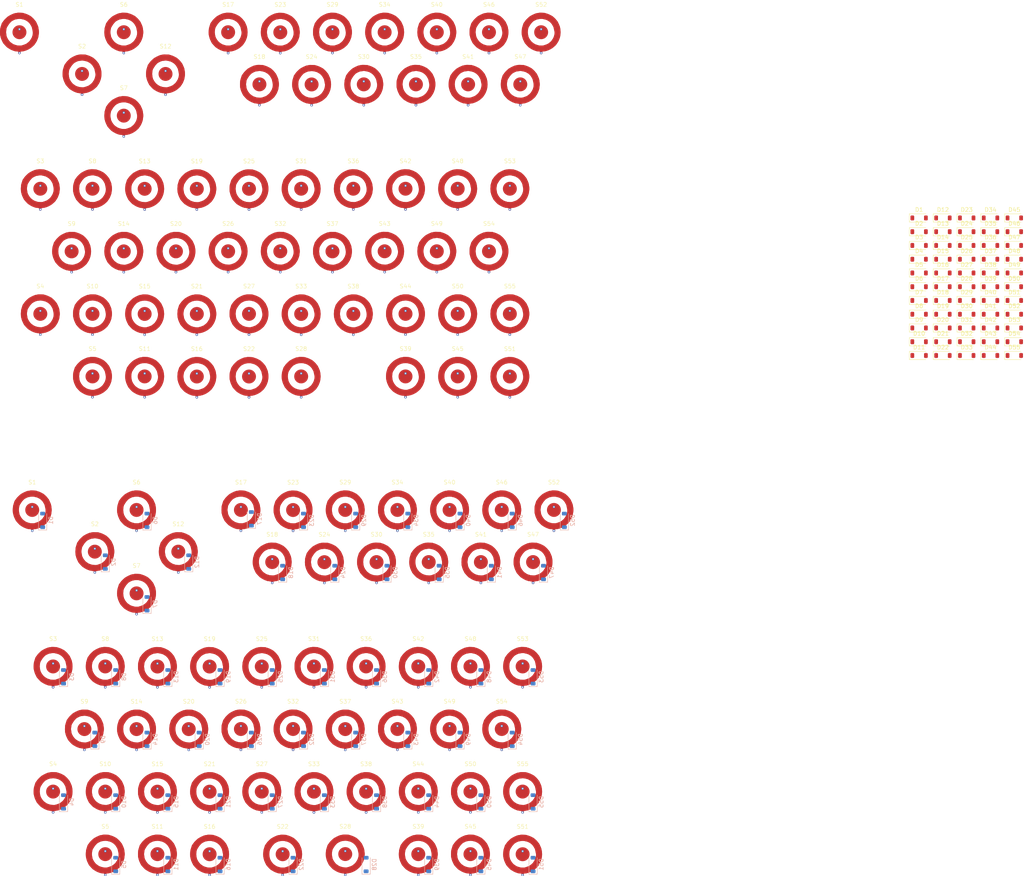
<source format=kicad_pcb>
(kicad_pcb (version 20240108) (generator "pcbnew") (generator_version "8.0")
  (layers (0 "F.Cu" signal) (31 "B.Cu" signal) (34 "B.Paste" user) (35 "F.Paste" user) (36 "B.SilkS" user "B.Silkscreen") (37 "F.SilkS" user "F.Silkscreen") (38 "B.Mask" user) (39 "F.Mask" user) (44 "Edge.Cuts" user))
  (net 0 "")
  (footprint "DomeSwitches:DomeSwitch_8mm_double_sided" (layer "F.Cu") (at 111.76 157.48)
    (property "Reference" "S30")
    (property "Value" "Keyswitch")
  )
  (footprint "DomeSwitches:DomeSwitch_8mm_double_sided" (layer "F.Cu") (at 131.51 112.26)
    (property "Reference" "S45")
    (property "Value" "Keyswitch")
  )
  (footprint "DomeSwitches:DomeSwitch_8mm_double_sided" (layer "F.Cu") (at 121.92 228.62)
    (property "Reference" "S39")
    (property "Value" "Keyswitch")
  )
  (footprint "DomeSwitches:DomeSwitch_8mm_double_sided" (layer "F.Cu") (at 80.71 97.02)
    (property "Reference" "S27")
    (property "Value" "Keyswitch")
  )
  (footprint "DomeSwitches:DomeSwitch_8mm_double_sided" (layer "F.Cu") (at 104.14 198.16)
    (property "Reference" "S37")
    (property "Value" "Keyswitch")
  )
  (footprint "Diode_SMD:D_SOD-123" (layer "F.Cu") (at 261.225 73.66)
    (property "Reference" "D34")
    (property "Value" "Diode")
  )
  (footprint "DomeSwitches:DomeSwitch_8mm_double_sided" (layer "F.Cu") (at 45.72 228.62)
    (property "Reference" "S5")
    (property "Value" "Keyswitch")
  )
  (footprint "DomeSwitches:DomeSwitch_8mm_double_sided" (layer "F.Cu") (at 124.46 157.48)
    (property "Reference" "S35")
    (property "Value" "Keyswitch")
  )
  (footprint "DomeSwitches:DomeSwitch_8mm_double_sided" (layer "F.Cu") (at 134.62 182.9)
    (property "Reference" "S48")
    (property "Value" "Keyswitch")
  )
  (footprint "Diode_SMD:D_SOD-123" (layer "F.Cu") (at 267.02 73.66)
    (property "Reference" "D45")
    (property "Value" "Diode")
  )
  (footprint "Diode_SMD:D_SOD-123" (layer "F.Cu") (at 267.02 100.46)
    (property "Reference" "D53")
    (property "Value" "Diode")
  )
  (footprint "DomeSwitches:DomeSwitch_8mm_double_sided" (layer "F.Cu") (at 75.63 28.42)
    (property "Reference" "S17")
    (property "Value" "Keyswitch")
  )
  (footprint "Diode_SMD:D_SOD-123" (layer "F.Cu") (at 267.02 103.81)
    (property "Reference" "D54")
    (property "Value" "Diode")
  )
  (footprint "DomeSwitches:DomeSwitch_8mm_double_sided" (layer "F.Cu") (at 80.71 112.28)
    (property "Reference" "S22")
    (property "Value" "Keyswitch")
  )
  (footprint "DomeSwitches:DomeSwitch_8mm_double_sided" (layer "F.Cu") (at 121.92 182.9)
    (property "Reference" "S42")
    (property "Value" "Keyswitch")
  )
  (footprint "Diode_SMD:D_SOD-123" (layer "F.Cu") (at 255.43 107.16)
    (property "Reference" "D33")
    (property "Value" "Diode")
  )
  (footprint "DomeSwitches:DomeSwitch_8mm_double_sided" (layer "F.Cu") (at 58.42 182.92)
    (property "Reference" "S13")
    (property "Value" "Keyswitch")
  )
  (footprint "DomeSwitches:DomeSwitch_8mm_double_sided" (layer "F.Cu") (at 149.86 157.48)
    (property "Reference" "S47")
    (property "Value" "Keyswitch")
  )
  (footprint "Diode_SMD:D_SOD-123" (layer "F.Cu") (at 249.635 87.06)
    (property "Reference" "D16")
    (property "Value" "Diode")
  )
  (footprint "DomeSwitches:DomeSwitch_8mm_double_sided" (layer "F.Cu") (at 99.06 157.5)
    (property "Reference" "S24")
    (property "Value" "Keyswitch")
  )
  (footprint "DomeSwitches:DomeSwitch_8mm_double_sided" (layer "F.Cu") (at 86.36 157.48)
    (property "Reference" "S18")
    (property "Value" "Keyswitch")
  )
  (footprint "Diode_SMD:D_SOD-123" (layer "F.Cu") (at 267.02 87.06)
    (property "Reference" "D49")
    (property "Value" "Diode")
  )
  (footprint "DomeSwitches:DomeSwitch_8mm_double_sided" (layer "F.Cu") (at 37.53 81.8)
    (property "Reference" "S9")
    (property "Value" "Keyswitch")
  )
  (footprint "DomeSwitches:DomeSwitch_8mm_double_sided" (layer "F.Cu") (at 126.43 28.42)
    (property "Reference" "S40")
    (property "Value" "Keyswitch")
  )
  (footprint "Diode_SMD:D_SOD-123" (layer "F.Cu") (at 261.225 87.06)
    (property "Reference" "D38")
    (property "Value" "Diode")
  )
  (footprint "DomeSwitches:DomeSwitch_8mm_double_sided" (layer "F.Cu") (at 55.31 66.56)
    (property "Reference" "S13")
    (property "Value" "Keyswitch")
  )
  (footprint "Diode_SMD:D_SOD-123" (layer "F.Cu") (at 261.225 100.46)
    (property "Reference" "D42")
    (property "Value" "Diode")
  )
  (footprint "DomeSwitches:DomeSwitch_8mm_double_sided" (layer "F.Cu") (at 113.73 81.78)
    (property "Reference" "S43")
    (property "Value" "Keyswitch")
  )
  (footprint "DomeSwitches:DomeSwitch_8mm_double_sided" (layer "F.Cu") (at 134.62 228.62)
    (property "Reference" "S45")
    (property "Value" "Keyswitch")
  )
  (footprint "Diode_SMD:D_SOD-123" (layer "F.Cu") (at 249.635 97.11)
    (property "Reference" "D19")
    (property "Value" "Diode")
  )
  (footprint "DomeSwitches:DomeSwitch_8mm_double_sided" (layer "F.Cu") (at 71.12 228.64)
    (property "Reference" "S16")
    (property "Value" "Keyswitch")
  )
  (footprint "Diode_SMD:D_SOD-123" (layer "F.Cu") (at 261.225 77.01)
    (property "Reference" "D35")
    (property "Value" "Diode")
  )
  (footprint "DomeSwitches:DomeSwitch_8mm_double_sided" (layer "F.Cu") (at 83.82 213.38)
    (property "Reference" "S27")
    (property "Value" "Keyswitch")
  )
  (footprint "DomeSwitches:DomeSwitch_8mm_double_sided" (layer "F.Cu") (at 96.52 213.4)
    (property "Reference" "S33")
    (property "Value" "Keyswitch")
  )
  (footprint "DomeSwitches:DomeSwitch_8mm_double_sided" (layer "F.Cu") (at 80.71 66.56)
    (property "Reference" "S25")
    (property "Value" "Keyswitch")
  )
  (footprint "Diode_SMD:D_SOD-123" (layer "F.Cu") (at 243.84 87.06)
    (property "Reference" "D5")
    (property "Value" "Diode")
  )
  (footprint "Diode_SMD:D_SOD-123" (layer "F.Cu") (at 255.43 77.01)
    (property "Reference" "D24")
    (property "Value" "Diode")
  )
  (footprint "Diode_SMD:D_SOD-123" (layer "F.Cu") (at 243.84 100.46)
    (property "Reference" "D9")
    (property "Value" "Diode")
  )
  (footprint "DomeSwitches:DomeSwitch_8mm_double_sided" (layer "F.Cu") (at 24.83 28.42)
    (property "Reference" "S1")
    (property "Value" "Keyswitch")
  )
  (footprint "Diode_SMD:D_SOD-123" (layer "F.Cu") (at 249.635 80.36)
    (property "Reference" "D14")
    (property "Value" "Diode")
  )
  (footprint "DomeSwitches:DomeSwitch_8mm_double_sided" (layer "F.Cu") (at 55.31 97.04)
    (property "Reference" "S15")
    (property "Value" "Keyswitch")
  )
  (footprint "DomeSwitches:DomeSwitch_8mm_double_sided" (layer "F.Cu") (at 33.02 182.9)
    (property "Reference" "S3")
    (property "Value" "Keyswitch")
  )
  (footprint "DomeSwitches:DomeSwitch_8mm_double_sided" (layer "F.Cu") (at 50.23 48.74)
    (property "Reference" "S7")
    (property "Value" "Keyswitch")
  )
  (footprint "Diode_SMD:D_SOD-123" (layer "F.Cu") (at 243.84 93.76)
    (property "Reference" "D7")
    (property "Value" "Diode")
  )
  (footprint "DomeSwitches:DomeSwitch_8mm_double_sided" (layer "F.Cu") (at 75.63 81.78)
    (property "Reference" "S26")
    (property "Value" "Keyswitch")
  )
  (footprint "Diode_SMD:D_SOD-123" (layer "F.Cu") (at 261.225 90.41)
    (property "Reference" "D39")
    (property "Value" "Diode")
  )
  (footprint "Diode_SMD:D_SOD-123" (layer "F.Cu") (at 261.225 83.71)
    (property "Reference" "D37")
    (property "Value" "Diode")
  )
  (footprint "DomeSwitches:DomeSwitch_8mm_double_sided" (layer "F.Cu") (at 131.51 97.02)
    (property "Reference" "S50")
    (property "Value" "Keyswitch")
  )
  (footprint "Diode_SMD:D_SOD-123" (layer "F.Cu") (at 255.43 93.76)
    (property "Reference" "D29")
    (property "Value" "Diode")
  )
  (footprint "DomeSwitches:DomeSwitch_8mm_double_sided" (layer "F.Cu") (at 142.24 198.14)
    (property "Reference" "S54")
    (property "Value" "Keyswitch")
  )
  (footprint "DomeSwitches:DomeSwitch_8mm_double_sided" (layer "F.Cu") (at 126.43 81.78)
    (property "Reference" "S49")
    (property "Value" "Keyswitch")
  )
  (footprint "DomeSwitches:DomeSwitch_8mm_double_sided" (layer "F.Cu") (at 78.74 198.14)
    (property "Reference" "S26")
    (property "Value" "Keyswitch")
  )
  (footprint "DomeSwitches:DomeSwitch_8mm_double_sided" (layer "F.Cu") (at 42.61 66.54)
    (property "Reference" "S8")
    (property "Value" "Keyswitch")
  )
  (footprint "Diode_SMD:D_SOD-123" (layer "F.Cu") (at 249.635 90.41)
    (property "Reference" "D17")
    (property "Value" "Diode")
  )
  (footprint "DomeSwitches:DomeSwitch_8mm_double_sided" (layer "F.Cu") (at 68.01 112.28)
    (property "Reference" "S16")
    (property "Value" "Keyswitch")
  )
  (footprint "Diode_SMD:D_SOD-123" (layer "F.Cu") (at 267.02 107.16)
    (property "Reference" "D55")
    (property "Value" "Diode")
  )
  (footprint "Diode_SMD:D_SOD-123" (layer "F.Cu") (at 255.43 73.66)
    (property "Reference" "D23")
    (property "Value" "Diode")
  )
  (footprint "DomeSwitches:DomeSwitch_8mm_double_sided" (layer "F.Cu") (at 68.01 66.56)
    (property "Reference" "S19")
    (property "Value" "Keyswitch")
  )
  (footprint "DomeSwitches:DomeSwitch_8mm_double_sided" (layer "F.Cu") (at 129.54 144.78)
    (property "Reference" "S40")
    (property "Value" "Keyswitch")
  )
  (footprint "Diode_SMD:D_SOD-123" (layer "F.Cu") (at 261.225 93.76)
    (property "Reference" "D40")
    (property "Value" "Diode")
  )
  (footprint "DomeSwitches:DomeSwitch_8mm_double_sided" (layer "F.Cu") (at 139.13 81.78)
    (property "Reference" "S54")
    (property "Value" "Keyswitch")
  )
  (footprint "DomeSwitches:DomeSwitch_8mm_double_sided" (layer "F.Cu") (at 33.02 213.38)
    (property "Reference" "S4")
    (property "Value" "Keyswitch")
  )
  (footprint "Diode_SMD:D_SOD-123" (layer "F.Cu") (at 261.225 80.36)
    (property "Reference" "D36")
    (property "Value" "Diode")
  )
  (footprint "DomeSwitches:DomeSwitch_8mm_double_sided" (layer "F.Cu") (at 93.41 112.26)
    (property "Reference" "S28")
    (property "Value" "Keyswitch")
  )
  (footprint "Diode_SMD:D_SOD-123" (layer "F.Cu") (at 267.02 93.76)
    (property "Reference" "D51")
    (property "Value" "Diode")
  )
  (footprint "DomeSwitches:DomeSwitch_8mm_double_sided" (layer "F.Cu") (at 29.91 97.02)
    (property "Reference" "S4")
    (property "Value" "Keyswitch")
  )
  (footprint "Diode_SMD:D_SOD-123" (layer "F.Cu") (at 267.02 97.11)
    (property "Reference" "D52")
    (property "Value" "Diode")
  )
  (footprint "Diode_SMD:D_SOD-123" (layer "F.Cu") (at 267.02 90.41)
    (property "Reference" "D50")
    (property "Value" "Diode")
  )
  (footprint "DomeSwitches:DomeSwitch_8mm_double_sided" (layer "F.Cu") (at 55.31 112.26)
    (property "Reference" "S11")
    (property "Value" "Keyswitch")
  )
  (footprint "DomeSwitches:DomeSwitch_8mm_double_sided" (layer "F.Cu") (at 42.61 112.26)
    (property "Reference" "S5")
    (property "Value" "Keyswitch")
  )
  (footprint "DomeSwitches:DomeSwitch_8mm_double_sided" (layer "F.Cu") (at 42.61 97.02)
    (property "Reference" "S10")
    (property "Value" "Keyswitch")
  )
  (footprint "Diode_SMD:D_SOD-123" (layer "F.Cu") (at 261.225 97.11)
    (property "Reference" "D41")
    (property "Value" "Diode")
  )
  (footprint "DomeSwitches:DomeSwitch_8mm_double_sided" (layer "F.Cu") (at 95.95 41.14)
    (property "Reference" "S24")
    (property "Value" "Keyswitch")
  )
  (footprint "DomeSwitches:DomeSwitch_8mm_double_sided" (layer "F.Cu") (at 151.83 28.42)
    (property "Reference" "S52")
    (property "Value" "Keyswitch")
  )
  (footprint "DomeSwitches:DomeSwitch_8mm_double_sided" (layer "F.Cu") (at 40.07 38.58)
    (property "Reference" "S2")
    (property "Value" "Keyswitch")
  )
  (footprint "Diode_SMD:D_SOD-123" (layer "F.Cu") (at 243.84 90.41)
    (property "Reference" "D6")
    (property "Value" "Diode")
  )
  (footprint "DomeSwitches:DomeSwitch_8mm_double_sided" (layer "F.Cu") (at 144.21 112.28)
    (property "Reference" "S51")
    (property "Value" "Keyswitch")
  )
  (footprint "DomeSwitches:DomeSwitch_8mm_double_sided" (layer "F.Cu") (at 104.14 228.6)
    (property "Reference" "S28")
    (property "Value" "Keyswitch")
  )
  (footprint "Diode_SMD:D_SOD-123" (layer "F.Cu") (at 255.43 97.11)
    (property "Reference" "D30")
    (property "Value" "Diode")
  )
  (footprint "Diode_SMD:D_SOD-123" (layer "F.Cu") (at 255.43 80.36)
    (property "Reference" "D25")
    (property "Value" "Diode")
  )
  (footprint "DomeSwitches:DomeSwitch_8mm_double_sided" (layer "F.Cu") (at 147.32 228.64)
    (property "Reference" "S51")
    (property "Value" "Keyswitch")
  )
  (footprint "DomeSwitches:DomeSwitch_8mm_double_sided" (layer "F.Cu") (at 108.65 41.12)
    (property "Reference" "S30")
    (property "Value" "Keyswitch")
  )
  (footprint "DomeSwitches:DomeSwitch_8mm_double_sided" (layer "F.Cu") (at 71.12 213.4)
    (property "Reference" "S21")
    (property "Value" "Keyswitch")
  )
  (footprint "DomeSwitches:DomeSwitch_8mm_double_sided" (layer "F.Cu") (at 62.93 81.8)
    (property "Reference" "S20")
    (property "Value" "Keyswitch")
  )
  (footprint "DomeSwitches:DomeSwitch_8mm_double_sided" (layer "F.Cu") (at 53.34 165.1)
    (property "Reference" "S7")
    (property "Value" "Keyswitch")
  )
  (footprint "Diode_SMD:D_SOD-123" (layer "F.Cu") (at 249.635 83.71)
    (property "Reference" "D15")
    (property "Value" "Diode")
  )
  (footprint "DomeSwitches:DomeSwitch_8mm_double_sided" (layer "F.Cu") (at 27.94 144.78)
    (property "Reference" "S1")
    (property "Value" "Keyswitch")
  )
  (footprint "DomeSwitches:DomeSwitch_8mm_double_sided" (layer "F.Cu") (at 91.44 198.14)
    (property "Reference" "S32")
    (property "Value" "Keyswitch")
  )
  (footprint "DomeSwitches:DomeSwitch_8mm_double_sided" (layer "F.Cu") (at 116.84 144.78)
    (property "Reference" "S34")
    (property "Value" "Keyswitch")
  )
  (footprint "DomeSwitches:DomeSwitch_8mm_double_sided" (layer "F.Cu") (at 121.92 213.38)
    (property "Reference" "S44")
    (property "Value" "Keyswitch")
  )
  (footprint "Diode_SMD:D_SOD-123" (layer "F.Cu") (at 249.635 103.81)
    (property "Reference" "D21")
    (property "Value" "Diode")
  )
  (footprint "Diode_SMD:D_SOD-123" (layer "F.Cu") (at 267.02 77.01)
    (property "Reference" "D46")
    (property "Value" "Diode")
  )
  (footprint "Diode_SMD:D_SOD-123" (layer "F.Cu") (at 255.43 100.46)
    (property "Reference" "D31")
    (property "Value" "Diode")
  )
  (footprint "DomeSwitches:DomeSwitch_8mm_double_sided" (layer "F.Cu") (at 93.41 66.54)
    (property "Reference" "S31")
    (property "Value" "Keyswitch")
  )
  (footprint "DomeSwitches:DomeSwitch_8mm_double_sided" (layer "F.Cu") (at 88.33 28.44)
    (property "Reference" "S23")
    (property "Value" "Keyswitch")
  )
  (footprint "DomeSwitches:DomeSwitch_8mm_double_sided" (layer "F.Cu") (at 106.11 97.04)
    (property "Reference" "S38")
    (property "Value" "Keyswitch")
  )
  (footprint "DomeSwitches:DomeSwitch_8mm_double_sided" (layer "F.Cu") (at 88.33 81.78)
    (property "Reference" "S32")
    (property "Value" "Keyswitch")
  )
  (footprint "DomeSwitches:DomeSwitch_8mm_double_sided" (layer "F.Cu") (at 154.94 144.78)
    (property "Reference" "S52")
    (property "Value" "Keyswitch")
  )
  (footprint "Diode_SMD:D_SOD-123" (layer "F.Cu") (at 243.84 107.16)
    (property "Reference" "D11")
    (property "Value" "Diode")
  )
  (footprint "DomeSwitches:DomeSwitch_8mm_double_sided" (layer "F.Cu") (at 134.05 41.12)
    (property "Reference" "S41")
    (property "Value" "Keyswitch")
  )
  (footprint "DomeSwitches:DomeSwitch_8mm_double_sided" (layer "F.Cu") (at 147.32 213.38)
    (property "Reference" "S55")
    (property "Value" "Keyswitch")
  )
  (footprint "DomeSwitches:DomeSwitch_8mm_double_sided" (layer "F.Cu") (at 106.11 66.54)
    (property "Reference" "S36")
    (property "Value" "Keyswitch")
  )
  (footprint "DomeSwitches:DomeSwitch_8mm_double_sided" (layer "F.Cu") (at 63.5 154.94)
    (property "Reference" "S12")
    (property "Value" "Keyswitch")
  )
  (footprint "DomeSwitches:DomeSwitch_8mm_double_sided" (layer "F.Cu") (at 144.21 97.02)
    (property "Reference" "S55")
    (property "Value" "Keyswitch")
  )
  (footprint "Diode_SMD:D_SOD-123" (layer "F.Cu") (at 243.84 83.71)
    (property "Reference" "D4")
    (property "Value" "Diode")
  )
  (footprint "Diode_SMD:D_SOD-123" (layer "F.Cu") (at 267.02 80.36)
    (property "Reference" "D47")
    (property "Value" "Diode")
  )
  (footprint "Diode_SMD:D_SOD-123" (layer "F.Cu") (at 261.225 103.81)
    (property "Reference" "D43")
    (property "Value" "Diode")
  )
  (footprint "DomeSwitches:DomeSwitch_8mm_double_sided" (layer "F.Cu") (at 88.9 228.64)
    (property "Reference" "S22")
    (property "Value" "Keyswitch")
  )
  (footprint "DomeSwitches:DomeSwitch_8mm_double_sided" (layer "F.Cu") (at 118.81 66.54)
    (property "Reference" "S42")
    (property "Value" "Keyswitch")
  )
  (footprint "DomeSwitches:DomeSwitch_8mm_double_sided" (layer "F.Cu") (at 118.81 112.26)
    (property "Reference" "S39")
    (property "Value" "Keyswitch")
  )
  (footprint "DomeSwitches:DomeSwitch_8mm_double_sided" (layer "F.Cu") (at 116.84 198.14)
    (property "Reference" "S43")
    (property "Value" "Keyswitch")
  )
  (footprint "DomeSwitches:DomeSwitch_8mm_double_sided" (layer "F.Cu") (at 45.72 213.38)
    (property "Reference" "S10")
    (property "Value" "Keyswitch")
  )
  (footprint "Diode_SMD:D_SOD-123" (layer "F.Cu") (at 243.84 73.66)
    (property "Reference" "D1")
    (property "Value" "Diode")
  )
  (footprint "DomeSwitches:DomeSwitch_8mm_double_sided" (layer "F.Cu") (at 113.73 28.42)
    (property "Reference" "S34")
    (property "Value" "Keyswitch")
  )
  (footprint "DomeSwitches:DomeSwitch_8mm_double_sided" (layer "F.Cu") (at 147.32 182.9)
    (property "Reference" "S53")
    (property "Value" "Keyswitch")
  )
  (footprint "DomeSwitches:DomeSwitch_8mm_double_sided" (layer "F.Cu") (at 96.52 182.9)
    (property "Reference" "S31")
    (property "Value" "Keyswitch")
  )
  (footprint "DomeSwitches:DomeSwitch_8mm_double_sided" (layer "F.Cu") (at 139.13 28.42)
    (property "Reference" "S46")
    (property "Value" "Keyswitch")
  )
  (footprint "DomeSwitches:DomeSwitch_8mm_double_sided" (layer "F.Cu") (at 78.74 144.78)
    (property "Reference" "S17")
    (property "Value" "Keyswitch")
  )
  (footprint "DomeSwitches:DomeSwitch_8mm_double_sided" (layer "F.Cu") (at 40.64 198.16)
    (property "Reference" "S9")
    (property "Value" "Keyswitch")
  )
  (footprint "Diode_SMD:D_SOD-123" (layer "F.Cu") (at 243.84 103.81)
    (property "Reference" "D10")
    (property "Value" "Diode")
  )
  (footprint "Diode_SMD:D_SOD-123" (layer "F.Cu") (at 261.225 107.16)
    (property "Reference" "D44")
    (property "Value" "Diode")
  )
  (footprint "DomeSwitches:DomeSwitch_8mm_double_sided" (layer "F.Cu") (at 93.41 97.04)
    (property "Reference" "S33")
    (property "Value" "Keyswitch")
  )
  (footprint "Diode_SMD:D_SOD-123" (layer "F.Cu") (at 243.84 77.01)
    (property "Reference" "D2")
    (property "Value" "Diode")
  )
  (footprint "DomeSwitches:DomeSwitch_8mm_double_sided" (layer "F.Cu") (at 68.01 97.04)
    (property "Reference" "S21")
    (property "Value" "Keyswitch")
  )
  (footprint "DomeSwitches:DomeSwitch_8mm_double_sided" (layer "F.Cu") (at 50.23 81.8)
    (property "Reference" "S14")
    (property "Value" "Keyswitch")
  )
  (footprint "DomeSwitches:DomeSwitch_8mm_double_sided" (layer "F.Cu") (at 101.03 28.42)
    (property "Reference" "S29")
    (property "Value" "Keyswitch")
  )
  (footprint "DomeSwitches:DomeSwitch_8mm_double_sided" (layer "F.Cu") (at 131.51 66.54)
    (property "Reference" "S48")
    (property "Value" "Keyswitch")
  )
  (footprint "DomeSwitches:DomeSwitch_8mm_double_sided" (layer "F.Cu") (at 58.42 228.62)
    (property "Reference" "S11")
    (property "Value" "Keyswitch")
  )
  (footprint "Diode_SMD:D_SOD-123" (layer "F.Cu") (at 255.43 90.41)
    (property "Reference" "D28")
    (property "Value" "Diode")
  )
  (footprint "DomeSwitches:DomeSwitch_8mm_double_sided" (layer "F.Cu") (at 66.04 198.16)
    (property "Reference" "S20")
    (property "Value" "Keyswitch")
  )
  (footprint "Diode_SMD:D_SOD-123" (layer "F.Cu") (at 243.84 80.36)
    (property "Reference" "D3")
    (property "Value" "Diode")
  )
  (footprint "DomeSwitches:DomeSwitch_8mm_double_sided" (layer "F.Cu") (at 60.39 38.58)
    (property "Reference" "S12")
    (property "Value" "Keyswitch")
  )
  (footprint "Diode_SMD:D_SOD-123" (layer "F.Cu") (at 255.43 87.06)
    (property "Reference" "D27")
    (property "Value" "Diode")
  )
  (footprint "DomeSwitches:DomeSwitch_8mm_double_sided" (layer "F.Cu") (at 104.14 144.78)
    (property "Reference" "S29")
    (property "Value" "Keyswitch")
  )
  (footprint "DomeSwitches:DomeSwitch_8mm_double_sided" (layer "F.Cu") (at 91.44 144.8)
    (property "Reference" "S23")
    (property "Value" "Keyswitch")
  )
  (footprint "DomeSwitches:DomeSwitch_8mm_double_sided" (layer "F.Cu") (at 142.24 144.78)
    (property "Reference" "S46")
    (property "Value" "Keyswitch")
  )
  (footprint "DomeSwitches:DomeSwitch_8mm_double_sided" (layer "F.Cu") (at 101.03 81.8)
    (property "Reference" "S37")
    (property "Value" "Keyswitch")
  )
  (footprint "DomeSwitches:DomeSwitch_8mm_double_sided" (layer "F.Cu") (at 50.23 28.42)
    (property "Reference" "S6")
    (property "Value" "Keyswitch")
  )
  (footprint "DomeSwitches:DomeSwitch_8mm_double_sided" (layer "F.Cu") (at 121.35 41.12)
    (property "Reference" "S35")
    (property "Value" "Keyswitch")
  )
  (footprint "DomeSwitches:DomeSwitch_8mm_double_sided" (layer "F.Cu") (at 53.34 198.16)
    (property "Reference" "S14")
    (property "Value" "Keyswitch")
  )
  (footprint "DomeSwitches:DomeSwitch_8mm_double_sided" (layer "F.Cu") (at 45.72 182.9)
    (property "Reference" "S8")
    (property "Value" "Keyswitch")
  )
  (footprint "DomeSwitches:DomeSwitch_8mm_double_sided" (layer "F.Cu") (at 71.12 182.92)
    (property "Reference" "S19")
    (property "Value" "Keyswitch")
  )
  (footprint "Diode_SMD:D_SOD-123" (layer "F.Cu") (at 255.43 83.71)
    (property "Reference" "D26")
    (property "Value" "Diode")
  )
  (footprint "DomeSwitches:DomeSwitch_8mm_double_sided" (layer "F.Cu") (at 29.91 66.54)
    (property "Reference" "S3")
    (property "Value" "Keyswitch")
  )
  (footprint "Diode_SMD:D_SOD-123" (layer "F.Cu") (at 249.635 100.46)
    (property "Reference" "D20")
    (property "Value" "Diode")
  )
  (footprint "DomeSwitches:DomeSwitch_8mm_double_sided" (layer "F.Cu") (at 134.62 213.38)
    (property "Reference" "S50")
    (property "Value" "Keyswitch")
  )
  (footprint "DomeSwitches:DomeSwitch_8mm_double_sided" (layer "F.Cu") (at 109.22 213.4)
    (property "Reference" "S38")
    (property "Value" "Keyswitch")
  )
  (footprint "Diode_SMD:D_SOD-123" (layer "F.Cu") (at 249.635 73.66)
    (property "Reference" "D12")
    (property "Value" "Diode")
  )
  (footprint "DomeSwitches:DomeSwitch_8mm_double_sided" (layer "F.Cu") (at 137.16 157.48)
    (property "Reference" "S41")
    (property "Value" "Keyswitch")
  )
  (footprint "Diode_SMD:D_SOD-123" (layer "F.Cu") (at 249.635 107.16)
    (property "Reference" "D22")
    (property "Value" "Diode")
  )
  (footprint "DomeSwitches:DomeSwitch_8mm_double_sided" (layer "F.Cu") (at 129.54 198.14)
    (property "Reference" "S49")
    (property "Value" "Keyswitch")
  )
  (footprint "DomeSwitches:DomeSwitch_8mm_double_sided" (layer "F.Cu") (at 83.82 182.92)
    (property "Reference" "S25")
    (property "Value" "Keyswitch")
  )
  (footprint "Diode_SMD:D_SOD-123" (layer "F.Cu") (at 267.02 83.71)
    (property "Reference" "D48")
    (property "Value" "Diode")
  )
  (footprint "DomeSwitches:DomeSwitch_8mm_double_sided" (layer "F.Cu") (at 144.21 66.54)
    (property "Reference" "S53")
    (property "Value" "Keyswitch")
  )
  (footprint "DomeSwitches:DomeSwitch_8mm_double_sided" (layer "F.Cu") (at 146.75 41.12)
    (property "Reference" "S47")
    (property "Value" "Keyswitch")
  )
  (footprint "DomeSwitches:DomeSwitch_8mm_double_sided" (layer "F.Cu") (at 53.34 144.78)
    (property "Reference" "S6")
    (property "Value" "Keyswitch")
  )
  (footprint "DomeSwitches:DomeSwitch_8mm_double_sided" (layer "F.Cu") (at 118.81 97.02)
    (property "Reference" "S44")
    (property "Value" "Keyswitch")
  )
  (footprint "Diode_SMD:D_SOD-123" (layer "F.Cu") (at 249.635 77.01)
    (property "Reference" "D13")
    (property "Value" "Diode")
  )
  (footprint "Diode_SMD:D_SOD-123" (layer "F.Cu") (at 243.84 97.11)
    (property "Reference" "D8")
    (property "Value" "Diode")
  )
  (footprint "DomeSwitches:DomeSwitch_8mm_double_sided" (layer "F.Cu") (at 58.42 213.4)
    (property "Reference" "S15")
    (property "Value" "Keyswitch")
  )
  (footprint "DomeSwitches:DomeSwitch_8mm_double_sided" (layer "F.Cu") (at 83.25 41.12)
    (property "Reference" "S18")
    (property "Value" "Keyswitch")
  )
  (footprint "Diode_SMD:D_SOD-123" (layer "F.Cu") (at 249.635 93.76)
    (property "Reference" "D18")
    (property "Value" "Diode")
  )
  (footprint "DomeSwitches:DomeSwitch_8mm_double_sided" (layer "F.Cu") (at 109.22 182.9)
    (property "Reference" "S36")
    (property "Value" "Keyswitch")
  )
  (footprint "Diode_SMD:D_SOD-123" (layer "F.Cu") (at 255.43 103.81)
    (property "Reference" "D32")
    (property "Value" "Diode")
  )
  (footprint "DomeSwitches:DomeSwitch_8mm_double_sided" (layer "F.Cu") (at 43.18 154.94)
    (property "Reference" "S2")
    (property "Value" "Keyswitch")
  )
  (footprint "Diode_SMD:D_SOD-123" (layer "B.Cu") (at 68.58 200.66 90)
    (property "Reference" "D20")
    (property "Value" "Diode")
  )
  (footprint "Diode_SMD:D_SOD-123" (layer "B.Cu") (at 106.68 147.32 90)
    (property "Reference" "D29")
    (property "Value" "Diode")
  )
  (footprint "Diode_SMD:D_SOD-123" (layer "B.Cu") (at 86.36 215.9 90)
    (property "Reference" "D27")
    (property "Value" "Diode")
  )
  (footprint "Diode_SMD:D_SOD-123" (layer "B.Cu") (at 124.46 215.9 90)
    (property "Reference" "D44")
    (property "Value" "Diode")
  )
  (footprint "Diode_SMD:D_SOD-123" (layer "B.Cu") (at 111.76 215.9 90)
    (property "Reference" "D38")
    (property "Value" "Diode")
  )
  (footprint "Diode_SMD:D_SOD-123" (layer "B.Cu") (at 119.38 147.32 90)
    (property "Reference" "D34")
    (property "Value" "Diode")
  )
  (footprint "Diode_SMD:D_SOD-123" (layer "B.Cu") (at 91.44 231.14 90)
    (property "Reference" "D22")
    (property "Value" "Diode")
  )
  (footprint "Diode_SMD:D_SOD-123" (layer "B.Cu") (at 66.04 157.48 90)
    (property "Reference" "D12")
    (property "Value" "Diode")
  )
  (footprint "Diode_SMD:D_SOD-123" (layer "B.Cu") (at 60.96 231.14 90)
    (property "Reference" "D11")
    (property "Value" "Diode")
  )
  (footprint "Diode_SMD:D_SOD-123" (layer "B.Cu") (at 93.98 200.66 90)
    (property "Reference" "D32")
    (property "Value" "Diode")
  )
  (footprint "Diode_SMD:D_SOD-123" (layer "B.Cu") (at 137.16 215.9 90)
    (property "Reference" "D50")
    (property "Value" "Diode")
  )
  (footprint "Diode_SMD:D_SOD-123" (layer "B.Cu") (at 73.66 231.14 90)
    (property "Reference" "D16")
    (property "Value" "Diode")
  )
  (footprint "Diode_SMD:D_SOD-123" (layer "B.Cu") (at 157.48 147.32 90)
    (property "Reference" "D52")
    (property "Value" "Diode")
  )
  (footprint "Diode_SMD:D_SOD-123" (layer "B.Cu") (at 81.28 200.66 90)
    (property "Reference" "D26")
    (property "Value" "Diode")
  )
  (footprint "Diode_SMD:D_SOD-123" (layer "B.Cu") (at 48.26 215.9 90)
    (property "Reference" "D10")
    (property "Value" "Diode")
  )
  (footprint "Diode_SMD:D_SOD-123" (layer "B.Cu") (at 45.72 157.48 90)
    (property "Reference" "D2")
    (property "Value" "Diode")
  )
  (footprint "Diode_SMD:D_SOD-123" (layer "B.Cu") (at 60.96 215.9 90)
    (property "Reference" "D15")
    (property "Value" "Diode")
  )
  (footprint "Diode_SMD:D_SOD-123" (layer "B.Cu") (at 99.06 185.42 90)
    (property "Reference" "D31")
    (property "Value" "Diode")
  )
  (footprint "Diode_SMD:D_SOD-123" (layer "B.Cu") (at 101.6 160.02 90)
    (property "Reference" "D24")
    (property "Value" "Diode")
  )
  (footprint "Diode_SMD:D_SOD-123" (layer "B.Cu") (at 137.16 185.42 90)
    (property "Reference" "D48")
    (property "Value" "Diode")
  )
  (footprint "Diode_SMD:D_SOD-123" (layer "B.Cu") (at 55.88 200.66 90)
    (property "Reference" "D14")
    (property "Value" "Diode")
  )
  (footprint "Diode_SMD:D_SOD-123" (layer "B.Cu") (at 55.88 147.32 90)
    (property "Reference" "D6")
    (property "Value" "Diode")
  )
  (footprint "Diode_SMD:D_SOD-123" (layer "B.Cu") (at 139.7 160.02 90)
    (property "Reference" "D41")
    (property "Value" "Diode")
  )
  (footprint "Diode_SMD:D_SOD-123" (layer "B.Cu") (at 48.26 231.14 90)
    (property "Reference" "D5")
    (property "Value" "Diode")
  )
  (footprint "Diode_SMD:D_SOD-123" (layer "B.Cu") (at 152.4 160.02 90)
    (property "Reference" "D47")
    (property "Value" "Diode")
  )
  (footprint "Diode_SMD:D_SOD-123" (layer "B.Cu") (at 86.36 185.42 90)
    (property "Reference" "D25")
    (property "Value" "Diode")
  )
  (footprint "Diode_SMD:D_SOD-123" (layer "B.Cu") (at 132.08 147.32 90)
    (property "Reference" "D40")
    (property "Value" "Diode")
  )
  (footprint "Diode_SMD:D_SOD-123" (layer "B.Cu") (at 109.22 231.14 90)
    (property "Reference" "D28")
    (property "Value" "Diode")
  )
  (footprint "Diode_SMD:D_SOD-123" (layer "B.Cu") (at 93.98 147.32 90)
    (property "Reference" "D23")
    (property "Value" "Diode")
  )
  (footprint "Diode_SMD:D_SOD-123" (layer "B.Cu") (at 35.56 215.9 90)
    (property "Reference" "D4")
    (property "Value" "Diode")
  )
  (footprint "Diode_SMD:D_SOD-123" (layer "B.Cu") (at 55.88 167.64 90)
    (property "Reference" "D7")
    (property "Value" "Diode")
  )
  (footprint "Diode_SMD:D_SOD-123" (layer "B.Cu") (at 149.86 185.42 90)
    (property "Reference" "D53")
    (property "Value" "Diode")
  )
  (footprint "Diode_SMD:D_SOD-123" (layer "B.Cu") (at 99.06 215.9 90)
    (property "Reference" "D33")
    (property "Value" "Diode")
  )
  (footprint "Diode_SMD:D_SOD-123" (layer "B.Cu") (at 127 160.02 90)
    (property "Reference" "D35")
    (property "Value" "Diode")
  )
  (footprint "Diode_SMD:D_SOD-123" (layer "B.Cu") (at 81.28 146.94 90)
    (property "Reference" "D17")
    (property "Value" "Diode")
  )
  (footprint "Diode_SMD:D_SOD-123" (layer "B.Cu") (at 106.68 200.66 90)
    (property "Reference" "D37")
    (property "Value" "Diode")
  )
  (footprint "Diode_SMD:D_SOD-123" (layer "B.Cu") (at 73.66 185.42 90)
    (property "Reference" "D19")
    (property "Value" "Diode")
  )
  (footprint "Diode_SMD:D_SOD-123" (layer "B.Cu") (at 144.78 200.66 90)
    (property "Reference" "D54")
    (property "Value" "Diode")
  )
  (footprint "Diode_SMD:D_SOD-123" (layer "B.Cu") (at 124.46 231.14 90)
    (property "Reference" "D39")
    (property "Value" "Diode")
  )
  (footprint "Diode_SMD:D_SOD-123" (layer "B.Cu") (at 43.18 200.66 90)
    (property "Reference" "D9")
    (property "Value" "Diode")
  )
  (footprint "Diode_SMD:D_SOD-123" (layer "B.Cu") (at 119.38 200.66 90)
    (property "Reference" "D43")
    (property "Value" "Diode")
  )
  (footprint "Diode_SMD:D_SOD-123" (layer "B.Cu") (at 132.08 200.66 90)
    (property "Reference" "D49")
    (property "Value" "Diode")
  )
  (footprint "Diode_SMD:D_SOD-123" (layer "B.Cu") (at 48.26 185.42 90)
    (property "Reference" "D8")
    (property "Value" "Diode")
  )
  (footprint "Diode_SMD:D_SOD-123" (layer "B.Cu") (at 60.96 185.42 90)
    (property "Reference" "D13")
    (property "Value" "Diode")
  )
  (footprint "Diode_SMD:D_SOD-123" (layer "B.Cu") (at 30.48 147.32 90)
    (property "Reference" "D1")
    (property "Value" "Diode")
  )
  (footprint "Diode_SMD:D_SOD-123" (layer "B.Cu") (at 111.76 185.42 90)
    (property "Reference" "D36")
    (property "Value" "Diode")
  )
  (footprint "Diode_SMD:D_SOD-123" (layer "B.Cu") (at 114.3 160.02 90)
    (property "Reference" "D30")
    (property "Value" "Diode")
  )
  (footprint "Diode_SMD:D_SOD-123" (layer "B.Cu") (at 144.78 147.32 90)
    (property "Reference" "D46")
    (property "Value" "Diode")
  )
  (footprint "Diode_SMD:D_SOD-123" (layer "B.Cu") (at 149.86 215.9 90)
    (property "Reference" "D55")
    (property "Value" "Diode")
  )
  (footprint "Diode_SMD:D_SOD-123" (layer "B.Cu") (at 137.16 231.14 90)
    (property "Reference" "D45")
    (property "Value" "Diode")
  )
  (footprint "Diode_SMD:D_SOD-123" (layer "B.Cu") (at 88.9 160.02 90)
    (property "Reference" "D18")
    (property "Value" "Diode")
  )
  (footprint "Diode_SMD:D_SOD-123" (layer "B.Cu") (at 73.66 215.9 90)
    (property "Reference" "D21")
    (property "Value" "Diode")
  )
  (footprint "Diode_SMD:D_SOD-123" (layer "B.Cu") (at 35.56 185.42 90)
    (property "Reference" "D3")
    (property "Value" "Diode")
  )
  (footprint "Diode_SMD:D_SOD-123" (layer "B.Cu") (at 149.86 231.14 90)
    (property "Reference" "D51")
    (property "Value" "Diode")
  )
  (footprint "Diode_SMD:D_SOD-123" (layer "B.Cu") (at 124.46 185.42 90)
    (property "Reference" "D42")
    (property "Value" "Diode")
  )
)
</source>
